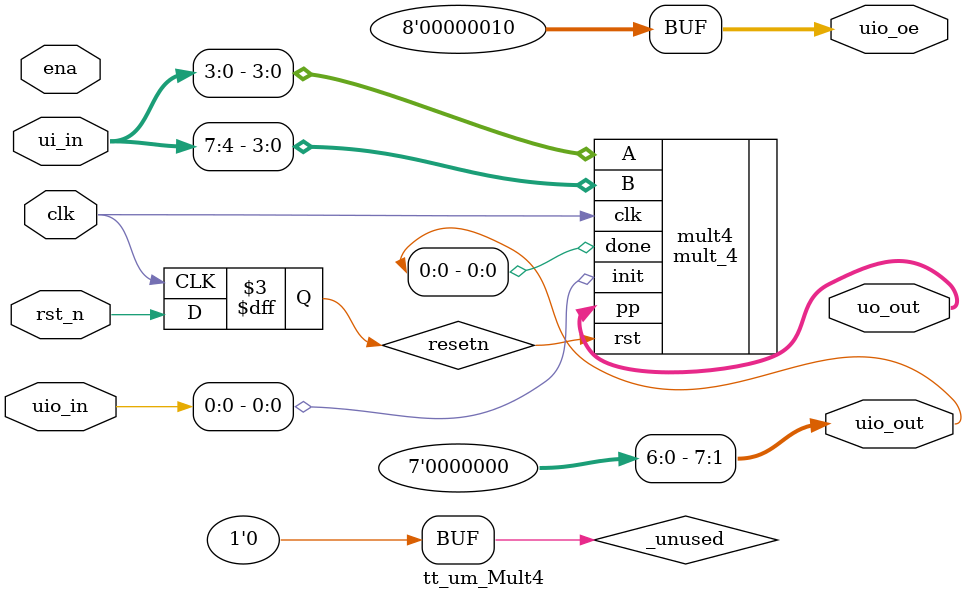
<source format=v>
/*
 * Copyright (c) 2024 Your Name
 * SPDX-License-Identifier: Apache-2.0
 */

`default_nettype none

module tt_um_Mult4 (
    input  wire [7:0] ui_in,    // Dedicated inputs
    output wire [7:0] uo_out,   // Dedicated outputs
    input  wire [7:0] uio_in,   // IOs: Input path
    output wire [7:0] uio_out,  // IOs: Output path
    output wire [7:0] uio_oe,   // IOs: Enable path (active high: 0=input, 1=output)
    input  wire       ena,      // always 1 when the design is powered, so you can ignore it
    input  wire       clk,      // clock
    input  wire       rst_n     // reset_n - low to reset
);

  // All output pins must be assigned. If not used, assign to 0.
  assign uio_out[7:1] = 0;
  assign uio_oe[0] = 1'b0;   // uio[0] es ENTRADA (init)
  assign uio_oe[1] = 1'b1;   // uio[1] es SALIDA (done)
  assign uio_oe[7:2] = 6'b0; // resto sin usar, como entradas

  // input reset:
  reg resetn;
  always @(negedge clk) resetn <=rst_n;
  
  //instance
  mult_4 mult4(
    .clk(clk),
    .rst(resetn),
    .A(ui_in[3:0]),
    .B(ui_in[7:4]),
    .pp(uo_out[7:0]),
    .init(uio_in[0]),
    .done(uio_out[0])
  );



  // List all unused inputs to prevent warnings
  wire _unused = &{ena,uio_in[7:1], 1'b0};


endmodule

</source>
